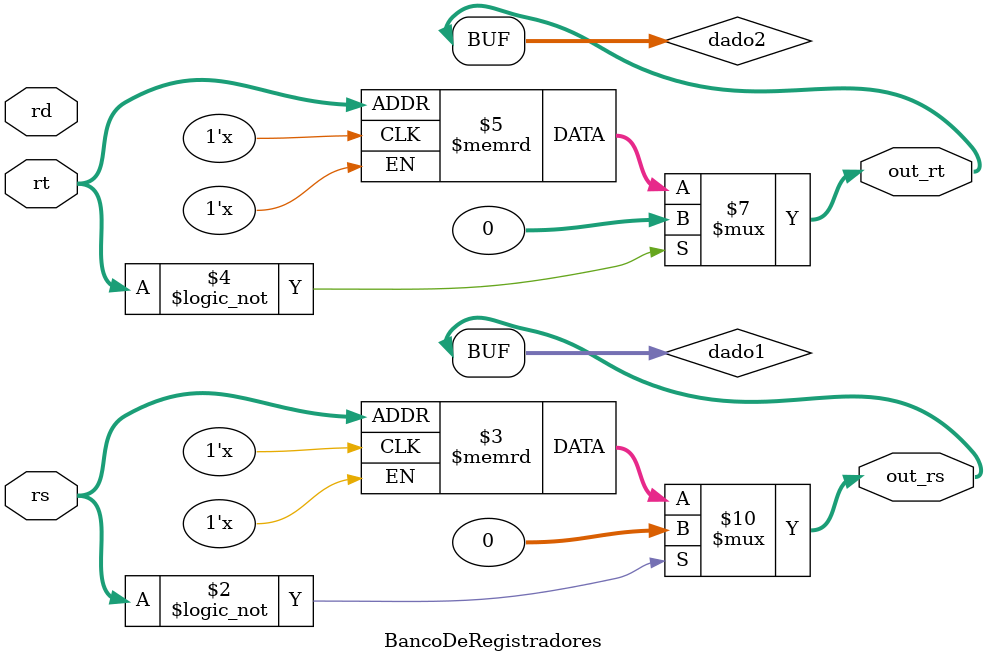
<source format=v>
module BancoDeRegistradores(	input[4:0] rs, rt, rd, 
										output[31:0] out_rs, out_rt);
	reg [31:0] registradores [0:31];

	reg [31:0] dado1, dado2;

	always @(*) begin
		if (rs == 5'b00000)
			dado1 <= 32'd0;
		else
			dado1 <= registradores[rs];
			
		if (rt == 5'b00000)
			dado2 <= 32'd0;
		else
			dado2 <= registradores[rt];
	end
		
	
	assign out_rs = dado1;
	assign out_rt = dado2;		 
endmodule 
</source>
